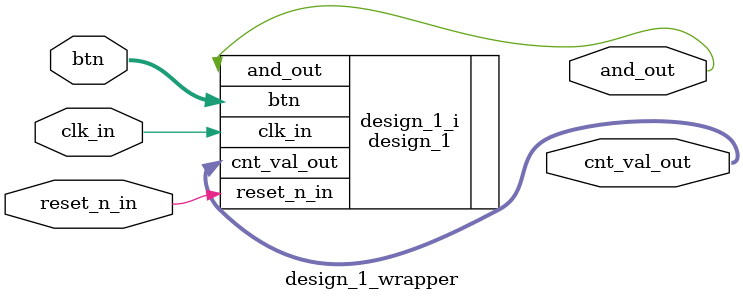
<source format=v>
`timescale 1 ps / 1 ps

module design_1_wrapper
   (and_out,
    btn,
    clk_in,
    cnt_val_out,
    reset_n_in);
  output and_out;
  input [1:0]btn;
  input clk_in;
  output [3:0]cnt_val_out;
  input reset_n_in;

  wire and_out;
  wire [1:0]btn;
  wire clk_in;
  wire [3:0]cnt_val_out;
  wire reset_n_in;

  design_1 design_1_i
       (.and_out(and_out),
        .btn(btn),
        .clk_in(clk_in),
        .cnt_val_out(cnt_val_out),
        .reset_n_in(reset_n_in));
endmodule

</source>
